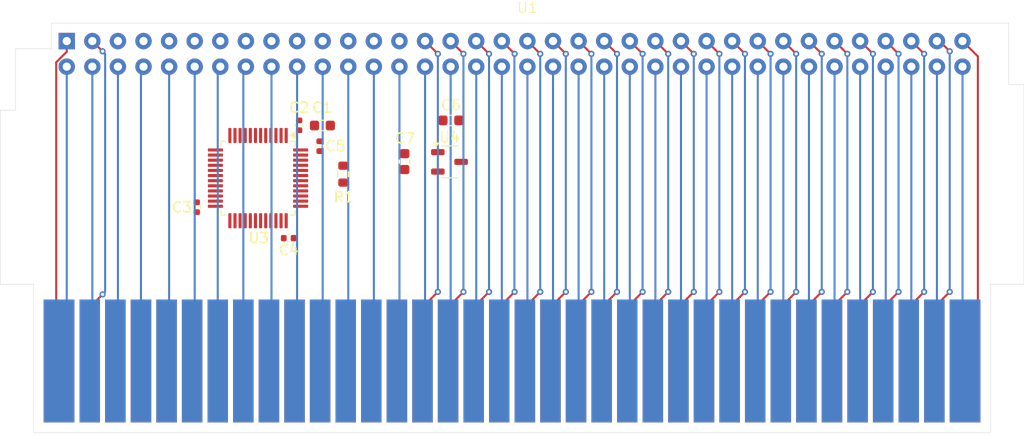
<source format=kicad_pcb>
(kicad_pcb (version 20241229) (generator "pcbnew") (generator_version "9.0")
  (layers (0 "F.Cu" signal "Front") (4 "In1.Cu" signal) (6 "In2.Cu" signal) (2 "B.Cu" signal "Back") (13 "F.Paste" user) (15 "B.Paste" user) (5 "F.SilkS" user "F.Silkscreen") (7 "B.SilkS" user "B.Silkscreen") (1 "F.Mask" user) (3 "B.Mask" user) (25 "Edge.Cuts" user))
  (net 0 "")
  (net 1 "/PPU_RD")
  (net 2 "/PPU_D6")
  (net 3 "/CIC_toMB")
  (net 4 "/EXP_8")
  (net 5 "/CPU_RW")
  (net 6 "/EXP_7")
  (net 7 "/CPU_D0")
  (net 8 "/CPU_A4")
  (net 9 "/CPU_D2")
  (net 10 "/PPU_D7")
  (net 11 "/PPU_D0")
  (net 12 "/M2")
  (net 13 "/CIC_RST")
  (net 14 "/PPU_A8")
  (net 15 "/CPU_A1")
  (net 16 "/CPU_A3")
  (net 17 "/PPU_D3")
  (net 18 "/PPU_A2")
  (net 19 "/CPU_D3")
  (net 20 "/CPU_A11")
  (net 21 "/PPU_A13")
  (net 22 "/EXP_2")
  (net 23 "/PPU_A4")
  (net 24 "/EXP_1")
  (net 25 "/CPU_D6")
  (net 26 "/CPU_A14")
  (net 27 "/CPU_D5")
  (net 28 "/PPU_A0")
  (net 29 "/EXP_3")
  (net 30 "/ROMSEL")
  (net 31 "/CIRAM_A10")
  (net 32 "/PPU_A12")
  (net 33 "/EXP_6")
  (net 34 "/CPU_A2")
  (net 35 "/PPU_WR")
  (net 36 "/IRQ")
  (net 37 "/EXP_5")
  (net 38 "+3.3V")
  (net 39 "/PPU_D5")
  (net 40 "/SYSTEM_CLK")
  (net 41 "/CPU_D1")
  (net 42 "/CIC_CLK")
  (net 43 "/PPU_A13_inv")
  (net 44 "/CPU_A9")
  (net 45 "/CPU_A6")
  (net 46 "/CPU_A7")
  (net 47 "/CPU_A10")
  (net 48 "/PPU_A6")
  (net 49 "/PPU_D1")
  (net 50 "/PPU_D4")
  (net 51 "/PPU_A5")
  (net 52 "/PPU_A11")
  (net 53 "/CPU_A13")
  (net 54 "/EXP_0")
  (net 55 "/CPU_D4")
  (net 56 "/CIC_toPak")
  (net 57 "/PPU_D2")
  (net 58 "/CIRAM_CE")
  (net 59 "/CPU_A12")
  (net 60 "/CPU_D7")
  (net 61 "/CPU_A5")
  (net 62 "/PPU_A10")
  (net 63 "/PPU_A9")
  (net 64 "/CPU_A8")
  (net 65 "/EXP_9")
  (net 66 "/GND_BOT")
  (net 67 "/PPU_A3")
  (net 68 "/PPU_A7")
  (net 69 "/PPU_A1")
  (net 70 "/CPU_A0")
  (net 71 "/EXP_4")
  (net 72 "GND")
  (net 73 "+5V")
  (net 74 "Net-(U3-BOOT0)")
  (net 115 "/GND_TOP")
  (footprint "supergg:Edge_Connector" (layer "F.Cu") (at 150 124.75)
    (property "Reference" "U2" (hide yes))
    (property "Value" "Edge_Connector" (hide yes))
    (pad "1" connect rect (at -44.25 -7.75) (size 3 12) (layers "F.Cu") (net 115 "/GND_TOP"))
    (pad "2" connect rect (at -41.25 -7.75) (size 2 12) (layers "F.Cu") (net 20 "/CPU_A11"))
    (pad "3" connect rect (at -38.75 -7.75) (size 2 12) (layers "F.Cu") (net 47 "/CPU_A10"))
    (pad "4" connect rect (at -36.25 -7.75) (size 2 12) (layers "F.Cu") (net 44 "/CPU_A9"))
    (pad "5" connect rect (at -33.75 -7.75) (size 2 12) (layers "F.Cu") (net 64 "/CPU_A8"))
    (pad "6" connect rect (at -31.25 -7.75) (size 2 12) (layers "F.Cu") (net 46 "/CPU_A7"))
    (pad "7" connect rect (at -28.75 -7.75) (size 2 12) (layers "F.Cu") (net 45 "/CPU_A6"))
    (pad "8" connect rect (at -26.25 -7.75) (size 2 12) (layers "F.Cu") (net 61 "/CPU_A5"))
    (pad "9" connect rect (at -23.75 -7.75) (size 2 12) (layers "F.Cu") (net 8 "/CPU_A4"))
    (pad "10" connect rect (at -21.25 -7.75) (size 2 12) (layers "F.Cu") (net 16 "/CPU_A3"))
    (pad "11" connect rect (at -18.75 -7.75) (size 2 12) (layers "F.Cu") (net 34 "/CPU_A2"))
    (pad "12" connect rect (at -16.25 -7.75) (size 2 12) (layers "F.Cu") (net 15 "/CPU_A1"))
    (pad "13" connect rect (at -13.75 -7.75) (size 2 12) (layers "F.Cu") (net 70 "/CPU_A0"))
    (pad "14" connect rect (at -11.25 -7.75) (size 2 12) (layers "F.Cu") (net 5 "/CPU_RW"))
    (pad "15" connect rect (at -8.75 -7.75) (size 2 12) (layers "F.Cu") (net 36 "/IRQ"))
    (pad "16" connect rect (at -6.25 -7.75) (size 2 12) (layers "F.Cu") (net 54 "/EXP_0"))
    (pad "17" connect rect (at -3.75 -7.75) (size 2 12) (layers "F.Cu") (net 24 "/EXP_1"))
    (pad "18" connect rect (at -1.25 -7.75) (size 2 12) (layers "F.Cu") (net 22 "/EXP_2"))
    (pad "19" connect rect (at 1.25 -7.75) (size 2 12) (layers "F.Cu") (net 29 "/EXP_3"))
    (pad "20" connect rect (at 3.75 -7.75) (size 2 12) (layers "F.Cu") (net 71 "/EXP_4"))
    (pad "21" connect rect (at 6.25 -7.75) (size 2 12) (layers "F.Cu") (net 1 "/PPU_RD"))
    (pad "22" connect rect (at 8.75 -7.75) (size 2 12) (layers "F.Cu") (net 31 "/CIRAM_A10"))
    (pad "23" connect rect (at 11.25 -7.75) (size 2 12) (layers "F.Cu") (net 48 "/PPU_A6"))
    (pad "24" connect rect (at 13.75 -7.75) (size 2 12) (layers "F.Cu") (net 51 "/PPU_A5"))
    (pad "25" connect rect (at 16.25 -7.75) (size 2 12) (layers "F.Cu") (net 23 "/PPU_A4"))
    (pad "26" connect rect (at 18.75 -7.75) (size 2 12) (layers "F.Cu") (net 67 "/PPU_A3"))
    (pad "27" connect rect (at 21.25 -7.75) (size 2 12) (layers "F.Cu") (net 18 "/PPU_A2"))
    (pad "28" connect rect (at 23.75 -7.75) (size 2 12) (layers "F.Cu") (net 69 "/PPU_A1"))
    (pad "29" connect rect (at 26.25 -7.75) (size 2 12) (layers "F.Cu") (net 28 "/PPU_A0"))
    (pad "30" connect rect (at 28.75 -7.75) (size 2 12) (layers "F.Cu") (net 11 "/PPU_D0"))
    (pad "31" connect rect (at 31.25 -7.75) (size 2 12) (layers "F.Cu") (net 49 "/PPU_D1"))
    (pad "32" connect rect (at 33.75 -7.75) (size 2 12) (layers "F.Cu") (net 57 "/PPU_D2"))
    (pad "33" connect rect (at 36.25 -7.75) (size 2 12) (layers "F.Cu") (net 17 "/PPU_D3"))
    (pad "34" connect rect (at 38.75 -7.75) (size 2 12) (layers "F.Cu") (net 56 "/CIC_toPak"))
    (pad "35" connect rect (at 41.25 -7.75) (size 2 12) (layers "F.Cu") (net 3 "/CIC_toMB"))
    (pad "36" connect rect (at 44.25 -7.75) (size 3 12) (layers "F.Cu") (net 73 "+5V"))
    (pad "37" connect rect (at -44.25 -7.75) (size 3 12) (layers "B.Cu") (net 40 "/SYSTEM_CLK"))
    (pad "38" connect rect (at -41.25 -7.75) (size 2 12) (layers "B.Cu") (net 12 "/M2"))
    (pad "39" connect rect (at -38.75 -7.75) (size 2 12) (layers "B.Cu") (net 59 "/CPU_A12"))
    (pad "40" connect rect (at -36.25 -7.75) (size 2 12) (layers "B.Cu") (net 53 "/CPU_A13"))
    (pad "41" connect rect (at -33.75 -7.75) (size 2 12) (layers "B.Cu") (net 26 "/CPU_A14"))
    (pad "42" connect rect (at -31.25 -7.75) (size 2 12) (layers "B.Cu") (net 60 "/CPU_D7"))
    (pad "43" connect rect (at -28.75 -7.75) (size 2 12) (layers "B.Cu") (net 25 "/CPU_D6"))
    (pad "44" connect rect (at -26.25 -7.75) (size 2 12) (layers "B.Cu") (net 27 "/CPU_D5"))
    (pad "45" connect rect (at -23.75 -7.75) (size 2 12) (layers "B.Cu") (net 55 "/CPU_D4"))
    (pad "46" connect rect (at -21.25 -7.75) (size 2 12) (layers "B.Cu") (net 19 "/CPU_D3"))
    (pad "47" connect rect (at -18.75 -7.75) (size 2 12) (layers "B.Cu") (net 9 "/CPU_D2"))
    (pad "48" connect rect (at -16.25 -7.75) (size 2 12) (layers "B.Cu") (net 41 "/CPU_D1"))
    (pad "49" connect rect (at -13.75 -7.75) (size 2 12) (layers "B.Cu") (net 7 "/CPU_D0"))
    (pad "50" connect rect (at -11.25 -7.75) (size 2 12) (layers "B.Cu") (net 30 "/ROMSEL"))
    (pad "51" connect rect (at -8.75 -7.75) (size 2 12) (layers "B.Cu") (net 65 "/EXP_9"))
    (pad "52" connect rect (at -6.25 -7.75) (size 2 12) (layers "B.Cu") (net 4 "/EXP_8"))
    (pad "53" connect rect (at -3.75 -7.75) (size 2 12) (layers "B.Cu") (net 6 "/EXP_7"))
    (pad "54" connect rect (at -1.25 -7.75) (size 2 12) (layers "B.Cu") (net 33 "/EXP_6"))
    (pad "55" connect rect (at 1.25 -7.75) (size 2 12) (layers "B.Cu") (net 37 "/EXP_5"))
    (pad "56" connect rect (at 3.75 -7.75) (size 2 12) (layers "B.Cu") (net 35 "/PPU_WR"))
    (pad "57" connect rect (at 6.25 -7.75) (size 2 12) (layers "B.Cu") (net 58 "/CIRAM_CE"))
    (pad "58" connect rect (at 8.75 -7.75) (size 2 12) (layers "B.Cu") (net 43 "/PPU_A13_inv"))
    (pad "59" connect rect (at 11.25 -7.75) (size 2 12) (layers "B.Cu") (net 68 "/PPU_A7"))
    (pad "60" connect rect (at 13.75 -7.75) (size 2 12) (layers "B.Cu") (net 14 "/PPU_A8"))
    (pad "61" connect rect (at 16.25 -7.75) (size 2 12) (layers "B.Cu") (net 63 "/PPU_A9"))
    (pad "62" connect rect (at 18.75 -7.75) (size 2 12) (layers "B.Cu") (net 62 "/PPU_A10"))
    (pad "63" connect rect (at 21.25 -7.75) (size 2 12) (layers "B.Cu") (net 52 "/PPU_A11"))
    (pad "64" connect rect (at 23.75 -7.75) (size 2 12) (layers "B.Cu") (net 32 "/PPU_A12"))
    (pad "65" connect rect (at 26.25 -7.75) (size 2 12) (layers "B.Cu") (net 21 "/PPU_A13"))
    (pad "66" connect rect (at 28.75 -7.75) (size 2 12) (layers "B.Cu") (net 10 "/PPU_D7"))
    (pad "67" connect rect (at 31.25 -7.75) (size 2 12) (layers "B.Cu") (net 2 "/PPU_D6"))
    (pad "68" connect rect (at 33.75 -7.75) (size 2 12) (layers "B.Cu") (net 39 "/PPU_D5"))
    (pad "69" connect rect (at 36.25 -7.75) (size 2 12) (layers "B.Cu") (net 50 "/PPU_D4"))
    (pad "70" connect rect (at 38.75 -7.75) (size 2 12) (layers "B.Cu") (net 13 "/CIC_RST"))
    (pad "71" connect rect (at 41.25 -7.75) (size 2 12) (layers "B.Cu") (net 42 "/CIC_CLK"))
    (pad "72" connect rect (at 44.25 -7.75) (size 3 12) (layers "B.Cu") (net 66 "/GND_BOT"))
  )
  (footprint "Package_QFP:LQFP-48_7x7mm_P0.5mm" (layer "F.Cu") (at 125.185 99.1375 -90)
    (property "Reference" "U3" (at 5.8625 -0.065 180) (layer "F.SilkS"))
    (property "Value" "STM32F103C8Tx" (hide yes))
    (fp_line (start -3.61 3.61) (end -3.61 3.16) (stroke (width 0.12)) (layer "F.SilkS"))
    (fp_line (start -3.16 3.61) (end -3.61 3.61) (stroke (width 0.12)) (layer "F.SilkS"))
    (fp_line (start 3.16 3.61) (end 3.61 3.61) (stroke (width 0.12)) (layer "F.SilkS"))
    (fp_line (start 3.61 3.61) (end 3.61 3.16) (stroke (width 0.12)) (layer "F.SilkS"))
    (fp_line (start -3.61 -3.61) (end -3.61 -3.16) (stroke (width 0.12)) (layer "F.SilkS"))
    (fp_line (start -3.16 -3.61) (end -3.61 -3.61) (stroke (width 0.12)) (layer "F.SilkS"))
    (fp_line (start 3.16 -3.61) (end 3.61 -3.61) (stroke (width 0.12)) (layer "F.SilkS"))
    (fp_line (start 3.61 -3.61) (end 3.61 -3.16) (stroke (width 0.12)) (layer "F.SilkS"))
    (fp_poly (pts (xy -4.2 -3.16) (xy -4.54 -3.63) (xy -3.86 -3.63)) (stroke (width 0.12)) (fill yes) (layer "F.SilkS"))
    (pad "1" smd roundrect (at -4.1625 -2.75 270) (size 1.475 0.3) (layers "F.Cu" "F.Mask" "F.Paste") (net 38 "+3.3V"))
    (pad "2" smd roundrect (at -4.1625 -2.25 270) (size 1.475 0.3) (layers "F.Cu" "F.Mask" "F.Paste"))
    (pad "3" smd roundrect (at -4.1625 -1.75 270) (size 1.475 0.3) (layers "F.Cu" "F.Mask" "F.Paste"))
    (pad "4" smd roundrect (at -4.1625 -1.25 270) (size 1.475 0.3) (layers "F.Cu" "F.Mask" "F.Paste"))
    (pad "5" smd roundrect (at -4.1625 -0.75 270) (size 1.475 0.3) (layers "F.Cu" "F.Mask" "F.Paste"))
    (pad "6" smd roundrect (at -4.1625 -0.25 270) (size 1.475 0.3) (layers "F.Cu" "F.Mask" "F.Paste"))
    (pad "7" smd roundrect (at -4.1625 0.25 270) (size 1.475 0.3) (layers "F.Cu" "F.Mask" "F.Paste"))
    (pad "8" smd roundrect (at -4.1625 0.75 270) (size 1.475 0.3) (layers "F.Cu" "F.Mask" "F.Paste"))
    (pad "9" smd roundrect (at -4.1625 1.25 270) (size 1.475 0.3) (layers "F.Cu" "F.Mask" "F.Paste"))
    (pad "10" smd roundrect (at -4.1625 1.75 270) (size 1.475 0.3) (layers "F.Cu" "F.Mask" "F.Paste"))
    (pad "11" smd roundrect (at -4.1625 2.25 270) (size 1.475 0.3) (layers "F.Cu" "F.Mask" "F.Paste"))
    (pad "12" smd roundrect (at -4.1625 2.75 270) (size 1.475 0.3) (layers "F.Cu" "F.Mask" "F.Paste"))
    (pad "13" smd roundrect (at -2.75 4.1625 270) (size 0.3 1.475) (layers "F.Cu" "F.Mask" "F.Paste"))
    (pad "14" smd roundrect (at -2.25 4.1625 270) (size 0.3 1.475) (layers "F.Cu" "F.Mask" "F.Paste"))
    (pad "15" smd roundrect (at -1.75 4.1625 270) (size 0.3 1.475) (layers "F.Cu" "F.Mask" "F.Paste"))
    (pad "16" smd roundrect (at -1.25 4.1625 270) (size 0.3 1.475) (layers "F.Cu" "F.Mask" "F.Paste"))
    (pad "17" smd roundrect (at -0.75 4.1625 270) (size 0.3 1.475) (layers "F.Cu" "F.Mask" "F.Paste"))
    (pad "18" smd roundrect (at -0.25 4.1625 270) (size 0.3 1.475) (layers "F.Cu" "F.Mask" "F.Paste"))
    (pad "19" smd roundrect (at 0.25 4.1625 270) (size 0.3 1.475) (layers "F.Cu" "F.Mask" "F.Paste"))
    (pad "20" smd roundrect (at 0.75 4.1625 270) (size 0.3 1.475) (layers "F.Cu" "F.Mask" "F.Paste"))
    (pad "21" smd roundrect (at 1.25 4.1625 270) (size 0.3 1.475) (layers "F.Cu" "F.Mask" "F.Paste"))
    (pad "22" smd roundrect (at 1.75 4.1625 270) (size 0.3 1.475) (layers "F.Cu" "F.Mask" "F.Paste"))
    (pad "23" smd roundrect (at 2.25 4.1625 270) (size 0.3 1.475) (layers "F.Cu" "F.Mask" "F.Paste") (net 72 "GND"))
    (pad "24" smd roundrect (at 2.75 4.1625 270) (size 0.3 1.475) (layers "F.Cu" "F.Mask" "F.Paste") (net 38 "+3.3V"))
    (pad "25" smd roundrect (at 4.1625 2.75 270) (size 1.475 0.3) (layers "F.Cu" "F.Mask" "F.Paste"))
    (pad "26" smd roundrect (at 4.1625 2.25 270) (size 1.475 0.3) (layers "F.Cu" "F.Mask" "F.Paste"))
    (pad "27" smd roundrect (at 4.1625 1.75 270) (size 1.475 0.3) (layers "F.Cu" "F.Mask" "F.Paste"))
    (pad "28" smd roundrect (at 4.1625 1.25 270) (size 1.475 0.3) (layers "F.Cu" "F.Mask" "F.Paste"))
    (pad "29" smd roundrect (at 4.1625 0.75 270) (size 1.475 0.3) (layers "F.Cu" "F.Mask" "F.Paste"))
    (pad "30" smd roundrect (at 4.1625 0.25 270) (size 1.475 0.3) (layers "F.Cu" "F.Mask" "F.Paste"))
    (pad "31" smd roundrect (at 4.1625 -0.25 270) (size 1.475 0.3) (layers "F.Cu" "F.Mask" "F.Paste"))
    (pad "32" smd roundrect (at 4.1625 -0.75 270) (size 1.475 0.3) (layers "F.Cu" "F.Mask" "F.Paste"))
    (pad "33" smd roundrect (at 4.1625 -1.25 270) (size 1.475 0.3) (layers "F.Cu" "F.Mask" "F.Paste"))
    (pad "34" smd roundrect (at 4.1625 -1.75 270) (size 1.475 0.3) (layers "F.Cu" "F.Mask" "F.Paste"))
    (pad "35" smd roundrect (at 4.1625 -2.25 270) (size 1.475 0.3) (layers "F.Cu" "F.Mask" "F.Paste") (net 72 "GND"))
    (pad "36" smd roundrect (at 4.1625 -2.75 270) (size 1.475 0.3) (layers "F.Cu" "F.Mask" "F.Paste") (net 38 "+3.3V"))
    (pad "37" smd roundrect (at 2.75 -4.1625 270) (size 0.3 1.475) (layers "F.Cu" "F.Mask" "F.Paste"))
    (pad "38" smd roundrect (at 2.25 -4.1625 270) (size 0.3 1.475) (layers "F.Cu" "F.Mask" "F.Paste"))
    (pad "39" smd roundrect (at 1.75 -4.1625 270) (size 0.3 1.475) (layers "F.Cu" "F.Mask" "F.Paste"))
    (pad "40" smd roundrect (at 1.25 -4.1625 270) (size 0.3 1.475) (layers "F.Cu" "F.Mask" "F.Paste"))
    (pad "41" smd roundrect (at 0.75 -4.1625 270) (size 0.3 1.475) (layers "F.Cu" "F.Mask" "F.Paste"))
    (pad "42" smd roundrect (at 0.25 -4.1625 270) (size 0.3 1.475) (layers "F.Cu" "F.Mask" "F.Paste"))
    (pad "43" smd roundrect (at -0.25 -4.1625 270) (size 0.3 1.475) (layers "F.Cu" "F.Mask" "F.Paste"))
    (pad "44" smd roundrect (at -0.75 -4.1625 270) (size 0.3 1.475) (layers "F.Cu" "F.Mask" "F.Paste") (net 74 "Net-(U3-BOOT0)"))
    (pad "45" smd roundrect (at -1.25 -4.1625 270) (size 0.3 1.475) (layers "F.Cu" "F.Mask" "F.Paste"))
    (pad "46" smd roundrect (at -1.75 -4.1625 270) (size 0.3 1.475) (layers "F.Cu" "F.Mask" "F.Paste"))
    (pad "47" smd roundrect (at -2.25 -4.1625 270) (size 0.3 1.475) (layers "F.Cu" "F.Mask" "F.Paste") (net 72 "GND"))
    (pad "48" smd roundrect (at -2.75 -4.1625 270) (size 0.3 1.475) (layers "F.Cu" "F.Mask" "F.Paste") (net 38 "+3.3V"))
  )
  (footprint "Capacitor_SMD:C_0402_1005Metric" (layer "F.Cu") (at 119.2 101.98 90)
    (property "Reference" "C3" (at 0 -1.45 180) (layer "F.SilkS"))
    (property "Value" "100n" (hide yes))
    (fp_line (start -0.107836 -0.36) (end 0.107836 -0.36) (stroke (width 0.12)) (layer "F.SilkS"))
    (fp_line (start -0.107836 0.36) (end 0.107836 0.36) (stroke (width 0.12)) (layer "F.SilkS"))
    (pad "1" smd roundrect (at -0.48 0 90) (size 0.56 0.62) (layers "F.Cu" "F.Mask" "F.Paste") (net 38 "+3.3V"))
    (pad "2" smd roundrect (at 0.48 0 90) (size 0.56 0.62) (layers "F.Cu" "F.Mask" "F.Paste") (net 72 "GND"))
  )
  (footprint "Resistor_SMD:R_0603_1608Metric" (layer "F.Cu") (at 133.5 98.75 90)
    (property "Reference" "R1" (at -2.25 0.05 180) (layer "F.SilkS"))
    (property "Value" "10k" (hide yes))
    (fp_line (start -0.237258 -0.5225) (end 0.237258 -0.5225) (stroke (width 0.12)) (layer "F.SilkS"))
    (fp_line (start -0.237258 0.5225) (end 0.237258 0.5225) (stroke (width 0.12)) (layer "F.SilkS"))
    (pad "1" smd roundrect (at -0.825 0 90) (size 0.8 0.95) (layers "F.Cu" "F.Mask" "F.Paste") (net 74 "Net-(U3-BOOT0)"))
    (pad "2" smd roundrect (at 0.825 0 90) (size 0.8 0.95) (layers "F.Cu" "F.Mask" "F.Paste") (net 72 "GND"))
  )
  (footprint "Capacitor_SMD:C_0603_1608Metric" (layer "F.Cu") (at 139.5 97.525 90)
    (property "Reference" "C7" (at 2.275 0.05 180) (layer "F.SilkS"))
    (property "Value" "1u")
    (fp_line (start -0.14058 -0.51) (end 0.14058 -0.51) (stroke (width 0.12)) (layer "F.SilkS"))
    (fp_line (start -0.14058 0.51) (end 0.14058 0.51) (stroke (width 0.12)) (layer "F.SilkS"))
    (pad "1" smd roundrect (at -0.775 0 90) (size 0.9 0.95) (layers "F.Cu" "F.Mask" "F.Paste") (net 38 "+3.3V"))
    (pad "2" smd roundrect (at 0.775 0 90) (size 0.9 0.95) (layers "F.Cu" "F.Mask" "F.Paste") (net 72 "GND"))
  )
  (footprint "supergg:Pin_Connector" (layer "F.Cu") (at 151.5 88.25)
    (property "Reference" "U1" (at 0 -5.75 0) (layer "F.SilkS") (effects (font (thickness 0.1))))
    (property "Value" "Pin_Connector" (hide yes))
    (pad "1" thru_hole rect (at -45 -2.5) (size 1.6 1.6) (drill 0.8) (layers "*.Cu" "*.Mask") (net 115 "/GND_TOP"))
    (pad "2" thru_hole circle (at -42.5 -2.5) (size 1.6 1.6) (drill 0.8) (layers "*.Cu" "*.Mask") (net 20 "/CPU_A11"))
    (pad "3" thru_hole circle (at -40 -2.5) (size 1.6 1.6) (drill 0.8) (layers "*.Cu" "*.Mask") (net 47 "/CPU_A10"))
    (pad "4" thru_hole circle (at -37.5 -2.5) (size 1.6 1.6) (drill 0.8) (layers "*.Cu" "*.Mask") (net 44 "/CPU_A9"))
    (pad "5" thru_hole circle (at -35 -2.5) (size 1.6 1.6) (drill 0.8) (layers "*.Cu" "*.Mask") (net 64 "/CPU_A8"))
    (pad "6" thru_hole circle (at -32.5 -2.5) (size 1.6 1.6) (drill 0.8) (layers "*.Cu" "*.Mask") (net 46 "/CPU_A7"))
    (pad "7" thru_hole circle (at -30 -2.5) (size 1.6 1.6) (drill 0.8) (layers "*.Cu" "*.Mask") (net 45 "/CPU_A6"))
    (pad "8" thru_hole circle (at -27.5 -2.5) (size 1.6 1.6) (drill 0.8) (layers "*.Cu" "*.Mask") (net 61 "/CPU_A5"))
    (pad "9" thru_hole circle (at -25 -2.5) (size 1.6 1.6) (drill 0.8) (layers "*.Cu" "*.Mask") (net 8 "/CPU_A4"))
    (pad "10" thru_hole circle (at -22.5 -2.5) (size 1.6 1.6) (drill 0.8) (layers "*.Cu" "*.Mask") (net 16 "/CPU_A3"))
    (pad "11" thru_hole circle (at -20 -2.5) (size 1.6 1.6) (drill 0.8) (layers "*.Cu" "*.Mask") (net 34 "/CPU_A2"))
    (pad "12" thru_hole circle (at -17.5 -2.5) (size 1.6 1.6) (drill 0.8) (layers "*.Cu" "*.Mask") (net 15 "/CPU_A1"))
    (pad "13" thru_hole circle (at -15 -2.5) (size 1.6 1.6) (drill 0.8) (layers "*.Cu" "*.Mask") (net 70 "/CPU_A0"))
    (pad "14" thru_hole circle (at -12.5 -2.5) (size 1.6 1.6) (drill 0.8) (layers "*.Cu" "*.Mask") (net 5 "/CPU_RW"))
    (pad "15" thru_hole circle (at -10 -2.5) (size 1.6 1.6) (drill 0.8) (layers "*.Cu" "*.Mask") (net 36 "/IRQ"))
    (pad "16" thru_hole circle (at -7.5 -2.5) (size 1.6 1.6) (drill 0.8) (layers "*.Cu" "*.Mask") (net 54 "/EXP_0"))
    (pad "17" thru_hole circle (at -5 -2.5) (size 1.6 1.6) (drill 0.8) (layers "*.Cu" "*.Mask") (net 24 "/EXP_1"))
    (pad "18" thru_hole circle (at -2.5 -2.5) (size 1.6 1.6) (drill 0.8) (layers "*.Cu" "*.Mask") (net 22 "/EXP_2"))
    (pad "19" thru_hole circle (at 0 -2.5) (size 1.6 1.6) (drill 0.8) (layers "*.Cu" "*.Mask") (net 29 "/EXP_3"))
    (pad "20" thru_hole circle (at 2.5 -2.5) (size 1.6 1.6) (drill 0.8) (layers "*.Cu" "*.Mask") (net 71 "/EXP_4"))
    (pad "21" thru_hole circle (at 5 -2.5) (size 1.6 1.6) (drill 0.8) (layers "*.Cu" "*.Mask") (net 1 "/PPU_RD"))
    (pad "22" thru_hole circle (at 7.5 -2.5) (size 1.6 1.6) (drill 0.8) (layers "*.Cu" "*.Mask") (net 31 "/CIRAM_A10"))
    (pad "23" thru_hole circle (at 10 -2.5) (size 1.6 1.6) (drill 0.8) (layers "*.Cu" "*.Mask") (net 48 "/PPU_A6"))
    (pad "24" thru_hole circle (at 12.5 -2.5) (size 1.6 1.6) (drill 0.8) (layers "*.Cu" "*.Mask") (net 51 "/PPU_A5"))
    (pad "25" thru_hole circle (at 15 -2.5) (size 1.6 1.6) (drill 0.8) (layers "*.Cu" "*.Mask") (net 23 "/PPU_A4"))
    (pad "26" thru_hole circle (at 17.5 -2.5) (size 1.6 1.6) (drill 0.8) (layers "*.Cu" "*.Mask") (net 67 "/PPU_A3"))
    (pad "27" thru_hole circle (at 20 -2.5) (size 1.6 1.6) (drill 0.8) (layers "*.Cu" "*.Mask") (net 18 "/PPU_A2"))
    (pad "28" thru_hole circle (at 22.5 -2.5) (size 1.6 1.6) (drill 0.8) (layers "*.Cu" "*.Mask") (net 69 "/PPU_A1"))
    (pad "29" thru_hole circle (at 25 -2.5) (size 1.6 1.6) (drill 0.8) (layers "*.Cu" "*.Mask") (net 28 "/PPU_A0"))
    (pad "30" thru_hole circle (at 27.5 -2.5) (size 1.6 1.6) (drill 0.8) (layers "*.Cu" "*.Mask") (net 11 "/PPU_D0"))
    (pad "31" thru_hole circle (at 30 -2.5) (size 1.6 1.6) (drill 0.8) (layers "*.Cu" "*.Mask") (net 49 "/PPU_D1"))
    (pad "32" thru_hole circle (at 32.5 -2.5) (size 1.6 1.6) (drill 0.8) (layers "*.Cu" "*.Mask") (net 57 "/PPU_D2"))
    (pad "33" thru_hole circle (at 35 -2.5) (size 1.6 1.6) (drill 0.8) (layers "*.Cu" "*.Mask") (net 17 "/PPU_D3"))
    (pad "34" thru_hole circle (at 37.5 -2.5) (size 1.6 1.6) (drill 0.8) (layers "*.Cu" "*.Mask") (net 56 "/CIC_toPak"))
    (pad "35" thru_hole circle (at 40 -2.5) (size 1.6 1.6) (drill 0.8) (layers "*.Cu" "*.Mask") (net 3 "/CIC_toMB"))
    (pad "36" thru_hole circle (at 42.5 -2.5) (size 1.6 1.6) (drill 0.8) (layers "*.Cu" "*.Mask") (net 73 "+5V"))
    (pad "37" thru_hole circle (at -45 0) (size 1.6 1.6) (drill 0.8) (layers "*.Cu" "*.Mask") (net 40 "/SYSTEM_CLK"))
    (pad "38" thru_hole circle (at -42.5 0) (size 1.6 1.6) (drill 0.8) (layers "*.Cu" "*.Mask") (net 12 "/M2"))
    (pad "39" thru_hole circle (at -40 0) (size 1.6 1.6) (drill 0.8) (layers "*.Cu" "*.Mask") (net 59 "/CPU_A12"))
    (pad "40" thru_hole circle (at -37.5 0) (size 1.6 1.6) (drill 0.8) (layers "*.Cu" "*.Mask") (net 53 "/CPU_A13"))
    (pad "41" thru_hole circle (at -35 0) (size 1.6 1.6) (drill 0.8) (layers "*.Cu" "*.Mask") (net 26 "/CPU_A14"))
    (pad "42" thru_hole circle (at -32.5 0) (size 1.6 1.6) (drill 0.8) (layers "*.Cu" "*.Mask") (net 60 "/CPU_D7"))
    (pad "43" thru_hole circle (at -30 0) (size 1.6 1.6) (drill 0.8) (layers "*.Cu" "*.Mask") (net 25 "/CPU_D6"))
    (pad "44" thru_hole circle (at -27.5 0) (size 1.6 1.6) (drill 0.8) (layers "*.Cu" "*.Mask") (net 27 "/CPU_D5"))
    (pad "45" thru_hole circle (at -25 0) (size 1.6 1.6) (drill 0.8) (layers "*.Cu" "*.Mask") (net 55 "/CPU_D4"))
    (pad "46" thru_hole circle (at -22.5 0) (size 1.6 1.6) (drill 0.8) (layers "*.Cu" "*.Mask") (net 19 "/CPU_D3"))
    (pad "47" thru_hole circle (at -20 0) (size 1.6 1.6) (drill 0.8) (layers "*.Cu" "*.Mask") (net 9 "/CPU_D2"))
    (pad "48" thru_hole circle (at -17.5 0) (size 1.6 1.6) (drill 0.8) (layers "*.Cu" "*.Mask") (net 41 "/CPU_D1"))
    (pad "49" thru_hole circle (at -15 0) (size 1.6 1.6) (drill 0.8) (layers "*.Cu" "*.Mask") (net 7 "/CPU_D0"))
    (pad "50" thru_hole circle (at -12.5 0) (size 1.6 1.6) (drill 0.8) (layers "*.Cu" "*.Mask") (net 30 "/ROMSEL"))
    (pad "51" thru_hole circle (at -10 0) (size 1.6 1.6) (drill 0.8) (layers "*.Cu" "*.Mask") (net 65 "/EXP_9"))
    (pad "52" thru_hole circle (at -7.5 0) (size 1.6 1.6) (drill 0.8) (layers "*.Cu" "*.Mask") (net 4 "/EXP_8"))
    (pad "53" thru_hole circle (at -5 0) (size 1.6 1.6) (drill 0.8) (layers "*.Cu" "*.Mask") (net 6 "/EXP_7"))
    (pad "54" thru_hole circle (at -2.5 0) (size 1.6 1.6) (drill 0.8) (layers "*.Cu" "*.Mask") (net 33 "/EXP_6"))
    (pad "55" thru_hole circle (at 0 0) (size 1.6 1.6) (drill 0.8) (layers "*.Cu" "*.Mask") (net 37 "/EXP_5"))
    (pad "56" thru_hole circle (at 2.5 0) (size 1.6 1.6) (drill 0.8) (layers "*.Cu" "*.Mask") (net 35 "/PPU_WR"))
    (pad "57" thru_hole circle (at 5 0) (size 1.6 1.6) (drill 0.8) (layers "*.Cu" "*.Mask") (net 58 "/CIRAM_CE"))
    (pad "58" thru_hole circle (at 7.5 0) (size 1.6 1.6) (drill 0.8) (layers "*.Cu" "*.Mask") (net 43 "/PPU_A13_inv"))
    (pad "59" thru_hole circle (at 10 0) (size 1.6 1.6) (drill 0.8) (layers "*.Cu" "*.Mask") (net 68 "/PPU_A7"))
    (pad "60" thru_hole circle (at 12.5 0) (size 1.6 1.6) (drill 0.8) (layers "*.Cu" "*.Mask") (net 14 "/PPU_A8"))
    (pad "61" thru_hole circle (at 15 0) (size 1.6 1.6) (drill 0.8) (layers "*.Cu" "*.Mask") (net 63 "/PPU_A9"))
    (pad "62" thru_hole circle (at 17.5 0) (size 1.6 1.6) (drill 0.8) (layers "*.Cu" "*.Mask") (net 62 "/PPU_A10"))
    (pad "63" thru_hole circle (at 20 0) (size 1.6 1.6) (drill 0.8) (layers "*.Cu" "*.Mask") (net 52 "/PPU_A11"))
    (pad "64" thru_hole circle (at 22.5 0) (size 1.6 1.6) (drill 0.8) (layers "*.Cu" "*.Mask") (net 32 "/PPU_A12"))
    (pad "65" thru_hole circle (at 25 0) (size 1.6 1.6) (drill 0.8) (layers "*.Cu" "*.Mask") (net 21 "/PPU_A13"))
    (pad "66" thru_hole circle (at 27.5 0) (size 1.6 1.6) (drill 0.8) (layers "*.Cu" "*.Mask") (net 10 "/PPU_D7"))
    (pad "67" thru_hole circle (at 30 0) (size 1.6 1.6) (drill 0.8) (layers "*.Cu" "*.Mask") (net 2 "/PPU_D6"))
    (pad "68" thru_hole circle (at 32.5 0) (size 1.6 1.6) (drill 0.8) (layers "*.Cu" "*.Mask") (net 39 "/PPU_D5"))
    (pad "69" thru_hole circle (at 35 0) (size 1.6 1.6) (drill 0.8) (layers "*.Cu" "*.Mask") (net 50 "/PPU_D4"))
    (pad "70" thru_hole circle (at 37.5 0) (size 1.6 1.6) (drill 0.8) (layers "*.Cu" "*.Mask") (net 13 "/CIC_RST"))
    (pad "71" thru_hole circle (at 40 0) (size 1.6 1.6) (drill 0.8) (layers "*.Cu" "*.Mask") (net 42 "/CIC_CLK"))
    (pad "72" thru_hole circle (at 42.5 0) (size 1.6 1.6) (drill 0.8) (layers "*.Cu" "*.Mask") (net 66 "/GND_BOT"))
  )
  (footprint "Package_TO_SOT_SMD:SOT-23-3" (layer "F.Cu") (at 143.8875 97.55)
    (property "Reference" "U4" (at 0 -2.4 0) (layer "F.SilkS"))
    (property "Value" "XC6206P332MR" (hide yes))
    (fp_line (start 0 -1.56) (end -0.8 -1.56) (stroke (width 0.12)) (layer "F.SilkS"))
    (fp_line (start 0 -1.56) (end 0.8 -1.56) (stroke (width 0.12)) (layer "F.SilkS"))
    (fp_line (start 0 1.56) (end -0.8 1.56) (stroke (width 0.12)) (layer "F.SilkS"))
    (fp_line (start 0 1.56) (end 0.8 1.56) (stroke (width 0.12)) (layer "F.SilkS"))
    (fp_poly (pts (xy -1.3 -1.51) (xy -1.54 -1.84) (xy -1.06 -1.84)) (stroke (width 0.12)) (fill yes) (layer "F.SilkS"))
    (pad "1" smd roundrect (at -1.1375 -0.95) (size 1.325 0.6) (layers "F.Cu" "F.Mask" "F.Paste") (net 72 "GND"))
    (pad "2" smd roundrect (at -1.1375 0.95) (size 1.325 0.6) (layers "F.Cu" "F.Mask" "F.Paste") (net 38 "+3.3V"))
    (pad "3" smd roundrect (at 1.1375 0) (size 1.325 0.6) (layers "F.Cu" "F.Mask" "F.Paste") (net 73 "+5V"))
  )
  (footprint "Capacitor_SMD:C_0402_1005Metric" (layer "F.Cu") (at 129.2 93.98 90)
    (property "Reference" "C2" (at 1.73 0 180) (layer "F.SilkS"))
    (property "Value" "100n" (hide yes))
    (fp_line (start -0.107836 -0.36) (end 0.107836 -0.36) (stroke (width 0.12)) (layer "F.SilkS"))
    (fp_line (start -0.107836 0.36) (end 0.107836 0.36) (stroke (width 0.12)) (layer "F.SilkS"))
    (pad "1" smd roundrect (at -0.48 0 90) (size 0.56 0.62) (layers "F.Cu" "F.Mask" "F.Paste") (net 38 "+3.3V"))
    (pad "2" smd roundrect (at 0.48 0 90) (size 0.56 0.62) (layers "F.Cu" "F.Mask" "F.Paste") (net 72 "GND"))
  )
  (footprint "Capacitor_SMD:C_0603_1608Metric" (layer "F.Cu") (at 144.025 93.5 180)
    (property "Reference" "C6" (at 0 1.5 0) (layer "F.SilkS"))
    (property "Value" "1u" (hide yes))
    (fp_line (start -0.14058 0.51) (end 0.14058 0.51) (stroke (width 0.12)) (layer "F.SilkS"))
    (fp_line (start -0.14058 -0.51) (end 0.14058 -0.51) (stroke (width 0.12)) (layer "F.SilkS"))
    (pad "1" smd roundrect (at -0.775 0 180) (size 0.9 0.95) (layers "F.Cu" "F.Mask" "F.Paste") (net 73 "+5V"))
    (pad "2" smd roundrect (at 0.775 0 180) (size 0.9 0.95) (layers "F.Cu" "F.Mask" "F.Paste") (net 72 "GND"))
  )
  (footprint "Capacitor_SMD:C_0402_1005Metric" (layer "F.Cu") (at 128.18 105 180)
    (property "Reference" "C4" (at 0 -1.16 0) (layer "F.SilkS"))
    (property "Value" "100n" (hide yes))
    (fp_line (start -0.107836 0.36) (end 0.107836 0.36) (stroke (width 0.12)) (layer "F.SilkS"))
    (fp_line (start -0.107836 -0.36) (end 0.107836 -0.36) (stroke (width 0.12)) (layer "F.SilkS"))
    (pad "1" smd roundrect (at -0.48 0 180) (size 0.56 0.62) (layers "F.Cu" "F.Mask" "F.Paste") (net 38 "+3.3V"))
    (pad "2" smd roundrect (at 0.48 0 180) (size 0.56 0.62) (layers "F.Cu" "F.Mask" "F.Paste") (net 72 "GND"))
  )
  (footprint "Capacitor_SMD:C_0402_1005Metric" (layer "F.Cu") (at 131.2 96.02 -90)
    (property "Reference" "C5" (at -0.02 -1.55 180) (layer "F.SilkS"))
    (property "Value" "100n" (hide yes))
    (fp_line (start -0.107836 0.36) (end 0.107836 0.36) (stroke (width 0.12)) (layer "F.SilkS"))
    (fp_line (start -0.107836 -0.36) (end 0.107836 -0.36) (stroke (width 0.12)) (layer "F.SilkS"))
    (pad "1" smd roundrect (at -0.48 0 270) (size 0.56 0.62) (layers "F.Cu" "F.Mask" "F.Paste") (net 38 "+3.3V"))
    (pad "2" smd roundrect (at 0.48 0 270) (size 0.56 0.62) (layers "F.Cu" "F.Mask" "F.Paste") (net 72 "GND"))
  )
  (footprint "Capacitor_SMD:C_0603_1608Metric" (layer "F.Cu") (at 131.475 94)
    (property "Reference" "C1" (at -0.025 -1.75 180) (layer "F.SilkS"))
    (property "Value" "4u7" (hide yes))
    (fp_line (start -0.14058 -0.51) (end 0.14058 -0.51) (stroke (width 0.12)) (layer "F.SilkS"))
    (fp_line (start -0.14058 0.51) (end 0.14058 0.51) (stroke (width 0.12)) (layer "F.SilkS"))
    (pad "1" smd roundrect (at -0.775 0) (size 0.9 0.95) (layers "F.Cu" "F.Mask" "F.Paste") (net 38 "+3.3V"))
    (pad "2" smd roundrect (at 0.775 0) (size 0.9 0.95) (layers "F.Cu" "F.Mask" "F.Paste") (net 72 "GND"))
  )
  (gr_line (start 200 90) (end 200 109.5) (stroke (width 0.0381)) (layer "Edge.Cuts"))
  (gr_line (start 198.5 84) (end 198.5 90) (stroke (width 0.0381)) (layer "Edge.Cuts"))
  (gr_line (start 198.5 90) (end 200 90) (stroke (width 0.0381)) (layer "Edge.Cuts"))
  (gr_line (start 200 109.5) (end 196.75 109.5) (stroke (width 0.0381)) (layer "Edge.Cuts"))
  (gr_line (start 105 86.5) (end 101.5 86.5) (stroke (width 0.0381)) (layer "Edge.Cuts"))
  (gr_line (start 101.5 86.5) (end 101.5 92.5) (stroke (width 0.0381)) (layer "Edge.Cuts"))
  (gr_line (start 103.25 124) (end 196.75 124) (stroke (width 0.0381)) (layer "Edge.Cuts"))
  (gr_line (start 101.5 92.5) (end 100 92.5) (stroke (width 0.0381)) (layer "Edge.Cuts"))
  (gr_line (start 100 109.5) (end 103.25 109.5) (stroke (width 0.0381)) (layer "Edge.Cuts"))
  (gr_line (start 196.75 124) (end 196.75 109.5) (stroke (width 0.0381)) (layer "Edge.Cuts"))
  (gr_line (start 105 84) (end 105 86.5) (stroke (width 0.0381)) (layer "Edge.Cuts"))
  (gr_line (start 100 92.5) (end 100 109.5) (stroke (width 0.0381)) (layer "Edge.Cuts"))
  (gr_line (start 103.25 124) (end 103.25 109.5) (stroke (width 0.0381)) (layer "Edge.Cuts"))
  (gr_line (start 198.5 84) (end 105 84) (stroke (width 0.0381)) (layer "Edge.Cuts"))
  (segment (start 156.5 85.75) (end 157.75 87) (width 0.2) (layer "F.Cu") (net 1))
  (segment (start 157.75 110.25) (end 156.25 111.75) (width 0.2) (layer "F.Cu") (net 1))
  (segment (start 156.25 111.75) (end 156.25 117) (width 0.2) (layer "F.Cu") (net 1))
  (via (at 157.75 110.25) (size 0.6) (drill 0.3) (layers "F.Cu" "B.Cu") (net 1))
  (via (at 157.75 87) (size 0.6) (drill 0.3) (layers "F.Cu" "B.Cu") (net 1))
  (segment (start 157.75 87) (end 157.75 110.25) (width 0.2) (layer "B.Cu") (net 1))
  (segment (start 181.5 88.25) (end 181.5 116.75) (width 0.2) (layer "B.Cu") (net 2))
  (segment (start 181.5 116.75) (end 181.25 117) (width 0.2) (layer "B.Cu") (net 2))
  (segment (start 191.75 85.75) (end 192.75 86.75) (width 0.2) (layer "F.Cu") (net 3))
  (segment (start 192.75 110.25) (end 191.25 111.75) (width 0.2) (layer "F.Cu") (net 3))
  (segment (start 191.25 111.75) (end 191.25 117) (width 0.2) (layer "F.Cu") (net 3))
  (segment (start 191.5 85.75) (end 191.75 85.75) (width 0.2) (layer "F.Cu") (net 3))
  (via (at 192.75 86.75) (size 0.6) (drill 0.3) (layers "F.Cu" "B.Cu") (net 3))
  (via (at 192.75 110.25) (size 0.6) (drill 0.3) (layers "F.Cu" "B.Cu") (net 3))
  (segment (start 192.75 86.75) (end 192.75 110.25) (width 0.2) (layer "B.Cu") (net 3))
  (segment (start 144 116.75) (end 143.75 117) (width 0.2) (layer "B.Cu") (net 4))
  (segment (start 144 88.25) (end 144 116.75) (width 0.2) (layer "B.Cu") (net 4))
  (segment (start 146.5 116.75) (end 146.25 117) (width 0.2) (layer "B.Cu") (net 6))
  (segment (start 146.5 88.25) (end 146.5 116.75) (width 0.2) (layer "B.Cu") (net 6))
  (segment (start 136.5 116.75) (end 136.25 117) (width 0.2) (layer "B.Cu") (net 7))
  (segment (start 136.5 88.25) (end 136.5 116.75) (width 0.2) (layer "B.Cu") (net 7))
  (segment (start 131.5 116.75) (end 131.25 117) (width 0.2) (layer "B.Cu") (net 9))
  (segment (start 131.5 88.25) (end 131.5 116.75) (width 0.2) (layer "B.Cu") (net 9))
  (segment (start 179 116.75) (end 178.75 117) (width 0.2) (layer "B.Cu") (net 10))
  (segment (start 179 88.25) (end 179 116.75) (width 0.2) (layer "B.Cu") (net 10))
  (segment (start 180.25 110.25) (end 178.75 111.75) (width 0.2) (layer "F.Cu") (net 11))
  (segment (start 179 85.75) (end 180.25 87) (width 0.2) (layer "F.Cu") (net 11))
  (segment (start 178.75 111.75) (end 178.75 117) (width 0.2) (layer "F.Cu") (net 11))
  (via (at 180.25 110.25) (size 0.6) (drill 0.3) (layers "F.Cu" "B.Cu") (net 11))
  (via (at 180.25 87) (size 0.6) (drill 0.3) (layers "F.Cu" "B.Cu") (net 11))
  (segment (start 180.25 87) (end 180.25 110.25) (width 0.2) (layer "B.Cu") (net 11))
  (segment (start 109 88.25) (end 109 116.75) (width 0.2) (layer "B.Cu") (net 12))
  (segment (start 109 116.75) (end 108.75 117) (width 0.2) (layer "B.Cu") (net 12))
  (segment (start 189 88.25) (end 189 116.75) (width 0.2) (layer "B.Cu") (net 13))
  (segment (start 189 116.75) (end 188.75 117) (width 0.2) (layer "B.Cu") (net 13))
  (segment (start 164 88.25) (end 164 116.75) (width 0.2) (layer "B.Cu") (net 14))
  (segment (start 164 116.75) (end 163.75 117) (width 0.2) (layer "B.Cu") (net 14))
  (segment (start 186.5 85.75) (end 187.75 87) (width 0.2) (layer "F.Cu") (net 17))
  (segment (start 187.75 110.25) (end 186.25 111.75) (width 0.2) (layer "F.Cu") (net 17))
  (segment (start 186.25 111.75) (end 186.25 117) (width 0.2) (layer "F.Cu") (net 17))
  (via (at 187.75 110.25) (size 0.6) (drill 0.3) (layers "F.Cu" "B.Cu") (net 17))
  (via (at 187.75 87) (size 0.6) (drill 0.3) (layers "F.Cu" "B.Cu") (net 17))
  (segment (start 187.75 87) (end 187.75 110.25) (width 0.2) (layer "B.Cu") (net 17))
  (segment (start 172.75 110.25) (end 171.25 111.75) (width 0.2) (layer "F.Cu") (net 18))
  (segment (start 171.5 85.75) (end 172.75 87) (width 0.2) (layer "F.Cu") (net 18))
  (segment (start 171.25 111.75) (end 171.25 117) (width 0.2) (layer "F.Cu") (net 18))
  (via (at 172.75 87) (size 0.6) (drill 0.3) (layers "F.Cu" "B.Cu") (net 18))
  (via (at 172.75 110.25) (size 0.6) (drill 0.3) (layers "F.Cu" "B.Cu") (net 18))
  (segment (start 172.75 87) (end 172.75 110.25) (width 0.2) (layer "B.Cu") (net 18))
  (segment (start 129 116.75) (end 128.75 117) (width 0.2) (layer "B.Cu") (net 19))
  (segment (start 129 88.25) (end 129 116.75) (width 0.2) (layer "B.Cu") (net 19))
  (segment (start 110 110.5) (end 108.75 111.75) (width 0.2) (layer "F.Cu") (net 20))
  (segment (start 108.75 111.75) (end 108.75 117) (width 0.2) (layer "F.Cu") (net 20))
  (segment (start 109 85.75) (end 110 86.75) (width 0.2) (layer "F.Cu") (net 20))
  (via (at 110 86.75) (size 0.6) (drill 0.3) (layers "F.Cu" "B.Cu") (net 20))
  (via (at 110 110.5) (size 0.6) (drill 0.3) (layers "F.Cu" "B.Cu") (net 20))
  (segment (start 110 86.75) (end 110.25 87) (width 0.2) (layer "B.Cu") (net 20))
  (segment (start 110.25 110.25) (end 110 110.5) (width 0.2) (layer "B.Cu") (net 20))
  (segment (start 110.25 87) (end 110.25 110.25) (width 0.2) (layer "B.Cu") (net 20))
  (segment (start 176.5 116.75) (end 176.25 117) (width 0.2) (layer "B.Cu") (net 21))
  (segment (start 176.5 88.25) (end 176.5 116.75) (width 0.2) (layer "B.Cu") (net 21))
  (segment (start 148.75 111.75) (end 148.75 117) (width 0.2) (layer "F.Cu") (net 22))
  (segment (start 150.25 110.25) (end 148.75 111.75) (width 0.2) (layer "F.Cu") (net 22))
  (segment (start 149 85.75) (end 150.25 87) (width 0.2) (layer "F.Cu") (net 22))
  (via (at 150.25 87) (size 0.6) (drill 0.3) (layers "F.Cu" "B.Cu") (net 22))
  (via (at 150.25 110.25) (size 0.6) (drill 0.3) (layers "F.Cu" "B.Cu") (net 22))
  (segment (start 150.25 87) (end 150.228 87.022) (width 0.2) (layer "B.Cu") (net 22))
  (segment (start 150.228 87.022) (end 150.228 110.228) (width 0.2) (layer "B.Cu") (net 22))
  (segment (start 150.228 110.228) (end 150.25 110.25) (width 0.2) (layer "B.Cu") (net 22))
  (segment (start 167.75 110.25) (end 166.25 111.75) (width 0.2) (layer "F.Cu") (net 23))
  (segment (start 166.25 111.75) (end 166.25 117) (width 0.2) (layer "F.Cu") (net 23))
  (segment (start 166.5 85.75) (end 167.75 87) (width 0.2) (layer "F.Cu") (net 23))
  (via (at 167.75 110.25) (size 0.6) (drill 0.3) (layers "F.Cu" "B.Cu") (net 23))
  (via (at 167.75 87) (size 0.6) (drill 0.3) (layers "F.Cu" "B.Cu") (net 23))
  (segment (start 167.75 87) (end 167.75 110.25) (width 0.2) (layer "B.Cu") (net 23))
  (segment (start 146.25 111.75) (end 146.25 117) (width 0.2) (layer "F.Cu") (net 24))
  (segment (start 147.75 110.25) (end 146.25 111.75) (width 0.2) (layer "F.Cu") (net 24))
  (segment (start 146.5 85.75) (end 147.75 87) (width 0.2) (layer "F.Cu") (net 24))
  (via (at 147.75 110.25) (size 0.6) (drill 0.3) (layers "F.Cu" "B.Cu") (net 24))
  (via (at 147.75 87) (size 0.6) (drill 0.3) (layers "F.Cu" "B.Cu") (net 24))
  (segment (start 147.75 87) (end 147.75 110.25) (width 0.2) (layer "B.Cu") (net 24))
  (segment (start 121.5 88.25) (end 121.5 88.75) (width 0.2) (layer "B.Cu") (net 25))
  (segment (start 121.5 88.75) (end 121.25 89) (width 0.2) (layer "B.Cu") (net 25))
  (segment (start 121.25 89) (end 121.25 117) (width 0.2) (layer "B.Cu") (net 25))
  (segment (start 116.5 88.25) (end 116.5 116.75) (width 0.2) (layer "B.Cu") (net 26))
  (segment (start 116.5 116.75) (end 116.25 117) (width 0.2) (layer "B.Cu") (net 26))
  (segment (start 124 88.5) (end 123.75 88.75) (width 0.2) (layer "B.Cu") (net 27))
  (segment (start 124 88.25) (end 124 88.5) (width 0.2) (layer "B.Cu") (net 27))
  (segment (start 123.75 88.75) (end 123.75 117) (width 0.2) (layer "B.Cu") (net 27))
  (segment (start 177.75 110.25) (end 176.25 111.75) (width 0.2) (layer "F.Cu") (net 28))
  (segment (start 176.25 111.75) (end 176.25 117) (width 0.2) (layer "F.Cu") (net 28))
  (segment (start 176.5 85.75) (end 177.75 87) (width 0.2) (layer "F.Cu") (net 28))
  (via (at 177.75 110.25) (size 0.6) (drill 0.3) (layers "F.Cu" "B.Cu") (net 28))
  (via (at 177.75 87) (size 0.6) (drill 0.3) (layers "F.Cu" "B.Cu") (net 28))
  (segment (start 177.75 87) (end 177.75 110.25) (width 0.2) (layer "B.Cu") (net 28))
  (segment (start 151.25 111.75) (end 151.25 117) (width 0.2) (layer "F.Cu") (net 29))
  (segment (start 152.75 110.25) (end 151.25 111.75) (width 0.2) (layer "F.Cu") (net 29))
  (segment (start 151.5 85.75) (end 152.75 87) (width 0.2) (layer "F.Cu") (net 29))
  (via (at 152.75 110.25) (size 0.6) (drill 0.3) (layers "F.Cu" "B.Cu") (net 29))
  (via (at 152.75 87) (size 0.6) (drill 0.3) (layers "F.Cu" "B.Cu") (net 29))
  (segment (start 152.75 87) (end 152.75 110.25) (width 0.2) (layer "B.Cu") (net 29))
  (segment (start 139 116.75) (end 138.75 117) (width 0.2) (layer "B.Cu") (net 30))
  (segment (start 139 88.25) (end 139 116.75) (width 0.2) (layer "B.Cu") (net 30))
  (segment (start 160.25 110.25) (end 158.75 111.75) (width 0.2) (layer "F.Cu") (net 31))
  (segment (start 159 85.75) (end 160.25 87) (width 0.2) (layer "F.Cu") (net 31))
  (segment (start 158.75 111.75) (end 158.75 117) (width 0.2) (layer "F.Cu") (net 31))
  (via (at 160.25 87) (size 0.6) (drill 0.3) (layers "F.Cu" "B.Cu") (net 31))
  (via (at 160.25 110.25) (size 0.6) (drill 0.3) (layers "F.Cu" "B.Cu") (net 31))
  (segment (start 160.25 87) (end 160.25 110.25) (width 0.2) (layer "B.Cu") (net 31))
  (segment (start 174 88.25) (end 174 116.75) (width 0.2) (layer "B.Cu") (net 32))
  (segment (start 174 116.75) (end 173.75 117) (width 0.2) (layer "B.Cu") (net 32))
  (segment (start 149 116.75) (end 148.75 117) (width 0.2) (layer "B.Cu") (net 33))
  (segment (start 149 88.25) (end 149 116.75) (width 0.2) (layer "B.Cu") (net 33))
  (segment (start 154 116.75) (end 153.75 117) (width 0.2) (layer "B.Cu") (net 35))
  (segment (start 154 88.25) (end 154 116.75) (width 0.2) (layer "B.Cu") (net 35))
  (segment (start 142.75 110.25) (end 141.25 111.75) (width 0.2) (layer "F.Cu") (net 36))
  (segment (start 141.5 85.75) (end 142.75 87) (width 0.2) (layer "F.Cu") (net 36))
  (segment (start 141.25 111.75) (end 141.25 117) (width 0.2) (layer "F.Cu") (net 36))
  (via (at 142.75 87) (size 0.6) (drill 0.3) (layers "F.Cu" "B.Cu") (net 36))
  (via (at 142.75 110.25) (size 0.6) (drill 0.3) (layers "F.Cu" "B.Cu") (net 36))
  (segment (start 142.75 87) (end 142.75 110.25) (width 0.2) (layer "B.Cu") (net 36))
  (segment (start 151.5 88.25) (end 151.5 116.75) (width 0.2) (layer "B.Cu") (net 37))
  (segment (start 151.5 116.75) (end 151.25 117) (width 0.2) (layer "B.Cu") (net 37))
  (segment (start 184 116.75) (end 183.75 117) (width 0.2) (layer "B.Cu") (net 39))
  (segment (start 184 88.25) (end 184 116.75) (width 0.2) (layer "B.Cu") (net 39))
  (segment (start 106.5 88.25) (end 106.5 116.25) (width 0.2) (layer "B.Cu") (net 40))
  (segment (start 106.5 116.25) (end 105.75 117) (width 0.2) (layer "B.Cu") (net 40))
  (segment (start 134 116.75) (end 133.75 117) (width 0.2) (layer "B.Cu") (net 41))
  (segment (start 134 88.25) (end 134 116.75) (width 0.2) (layer "B.Cu") (net 41))
  (segment (start 191.5 88.25) (end 191.5 116.75) (width 0.2) (layer "B.Cu") (net 42))
  (segment (start 191.5 116.75) (end 191.25 117) (width 0.2) (layer "B.Cu") (net 42))
  (segment (start 159 88.25) (end 159 116.75) (width 0.2) (layer "B.Cu") (net 43))
  (segment (start 159 116.75) (end 158.75 117) (width 0.2) (layer "B.Cu") (net 43))
  (segment (start 161.25 111.75) (end 161.25 117) (width 0.2) (layer "F.Cu") (net 48))
  (segment (start 161.5 85.75) (end 162.75 87) (width 0.2) (layer "F.Cu") (net 48))
  (segment (start 162.75 110.25) (end 161.25 111.75) (width 0.2) (layer "F.Cu") (net 48))
  (via (at 162.75 110.25) (size 0.6) (drill 0.3) (layers "F.Cu" "B.Cu") (net 48))
  (via (at 162.75 87) (size 0.6) (drill 0.3) (layers "F.Cu" "B.Cu") (net 48))
  (segment (start 162.75 87) (end 162.75 110.25) (width 0.2) (layer "B.Cu") (net 48))
  (segment (start 181.5 85.75) (end 182.75 87) (width 0.2) (layer "F.Cu") (net 49))
  (segment (start 181.25 111.75) (end 181.25 117) (width 0.2) (layer "F.Cu") (net 49))
  (segment (start 182.75 110.25) (end 181.25 111.75) (width 0.2) (layer "F.Cu") (net 49))
  (via (at 182.75 87) (size 0.6) (drill 0.3) (layers "F.Cu" "B.Cu") (net 49))
  (via (at 182.75 110.25) (size 0.6) (drill 0.3) (layers "F.Cu" "B.Cu") (net 49))
  (segment (start 182.75 87) (end 182.75 110.25) (width 0.2) (layer "B.Cu") (net 49))
  (segment (start 186.5 88.25) (end 186.5 116.75) (width 0.2) (layer "B.Cu") (net 50))
  (segment (start 186.5 116.75) (end 186.25 117) (width 0.2) (layer "B.Cu") (net 50))
  (segment (start 164 85.75) (end 165.25 87) (width 0.2) (layer "F.Cu") (net 51))
  (segment (start 163.75 111.75) (end 163.75 117) (width 0.2) (layer "F.Cu") (net 51))
  (segment (start 165.25 110.25) (end 163.75 111.75) (width 0.2) (layer "F.Cu") (net 51))
  (via (at 165.25 110.25) (size 0.6) (drill 0.3) (layers "F.Cu" "B.Cu") (net 51))
  (via (at 165.25 87) (size 0.6) (drill 0.3) (layers "F.Cu" "B.Cu") (net 51))
  (segment (start 165.25 87) (end 165.25 110.25) (width 0.2) (layer "B.Cu") (net 51))
  (segment (start 171.5 88.25) (end 171.5 116.75) (width 0.2) (layer "B.Cu") (net 52))
  (segment (start 171.5 116.75) (end 171.25 117) (width 0.2) (layer "B.Cu") (net 52))
  (segment (start 113.75 88.75) (end 113.75 117) (width 0.2) (layer "B.Cu") (net 53))
  (segment (start 114 88.5) (end 113.75 88.75) (width 0.2) (layer "B.Cu") (net 53))
  (segment (start 114 88.25) (end 114 88.5) (width 0.2) (layer "B.Cu") (net 53))
  (segment (start 145.25 110.25) (end 143.75 111.75) (width 0.2) (layer "F.Cu") (net 54))
  (segment (start 144 85.75) (end 145.25 87) (width 0.2) (layer "F.Cu") (net 54))
  (segment (start 143.75 111.75) (end 143.75 117) (width 0.2) (layer "F.Cu") (net 54))
  (via (at 145.25 87) (size 0.6) (drill 0.3) (layers "F.Cu" "B.Cu") (net 54))
  (via (at 145.25 110.25) (size 0.6) (drill 0.3) (layers "F.Cu" "B.Cu") (net 54))
  (segment (start 145.25 87) (end 145.25 110.25) (width 0.2) (layer "B.Cu") (net 54))
  (segment (start 126.5 116.75) (end 126.25 117) (width 0.2) (layer "B.Cu") (net 55))
  (segment (start 126.5 88.25) (end 126.5 116.75) (width 0.2) (layer "B.Cu") (net 55))
  (segment (start 188.75 111.75) (end 188.75 117) (width 0.2) (layer "F.Cu") (net 56))
  (segment (start 190.25 110.25) (end 188.75 111.75) (width 0.2) (layer "F.Cu") (net 56))
  (segment (start 189 85.75) (end 190.25 87) (width 0.2) (layer "F.Cu") (net 56))
  (via (at 190.25 110.25) (size 0.6) (drill 0.3) (layers "F.Cu" "B.Cu") (net 56))
  (via (at 190.25 87) (size 0.6) (drill 0.3) (layers "F.Cu" "B.Cu") (net 56))
  (segment (start 190.25 87) (end 190.25 110.25) (width 0.2) (layer "B.Cu") (net 56))
  (segment (start 184 85.75) (end 185.25 87) (width 0.2) (layer "F.Cu") (net 57))
  (segment (start 185.25 110.25) (end 183.75 111.75) (width 0.2) (layer "F.Cu") (net 57))
  (segment (start 183.75 111.75) (end 183.75 117) (width 0.2) (layer "F.Cu") (net 57))
  (via (at 185.25 87) (size 0.6) (drill 0.3) (layers "F.Cu" "B.Cu") (net 57))
  (via (at 185.25 110.25) (size 0.6) (drill 0.3) (layers "F.Cu" "B.Cu") (net 57))
  (segment (start 185.25 87) (end 185.25 110.25) (width 0.2) (layer "B.Cu") (net 57))
  (segment (start 156.5 116.75) (end 156.25 117) (width 0.2) (layer "B.Cu") (net 58))
  (segment (start 156.5 88.25) (end 156.5 116.75) (width 0.2) (layer "B.Cu") (net 58))
  (segment (start 111.5 116.75) (end 111.25 117) (width 0.2) (layer "B.Cu") (net 59))
  (segment (start 111.5 88.25) (end 111.5 116.75) (width 0.2) (layer "B.Cu") (net 59))
  (segment (start 119 88.25) (end 119 116.75) (width 0.2) (layer "B.Cu") (net 60))
  (segment (start 119 116.75) (end 118.75 117) (width 0.2) (layer "B.Cu") (net 60))
  (segment (start 169 88.25) (end 169 116.75) (width 0.2) (layer "B.Cu") (net 62))
  (segment (start 169 116.75) (end 168.75 117) (width 0.2) (layer "B.Cu") (net 62))
  (segment (start 169 88.25) (end 169 88.5) (width 0.2) (layer "B.Cu") (net 62))
  (segment (start 169 88.5) (end 168.75 88.75) (width 0.2) (layer "B.Cu") (net 62))
  (segment (start 166.5 88.25) (end 166.5 116.75) (width 0.2) (layer "B.Cu") (net 63))
  (segment (start 166.5 116.75) (end 166.25 117) (width 0.2) (layer "B.Cu") (net 63))
  (segment (start 141.5 88.25) (end 141.5 116.75) (width 0.2) (layer "B.Cu") (net 65))
  (segment (start 141.5 116.75) (end 141.25 117) (width 0.2) (layer "B.Cu") (net 65))
  (segment (start 194 88.25) (end 194 116.75) (width 0.2) (layer "B.Cu") (net 66))
  (segment (start 194 116.75) (end 194.25 117) (width 0.2) (layer "B.Cu") (net 66))
  (segment (start 170.25 110.25) (end 168.75 111.75) (width 0.2) (layer "F.Cu") (net 67))
  (segment (start 169 85.75) (end 170.25 87) (width 0.2) (layer "F.Cu") (net 67))
  (segment (start 168.75 111.75) (end 168.75 117) (width 0.2) (layer "F.Cu") (net 67))
  (via (at 170.25 110.25) (size 0.6) (drill 0.3) (layers "F.Cu" "B.Cu") (net 67))
  (via (at 170.25 87) (size 0.6) (drill 0.3) (layers "F.Cu" "B.Cu") (net 67))
  (segment (start 170.25 87) (end 170.25 110.25) (width 0.2) (layer "B.Cu") (net 67))
  (segment (start 161.5 88.25) (end 161.5 116.75) (width 0.2) (layer "B.Cu") (net 68))
  (segment (start 161.5 116.75) (end 161.25 117) (width 0.2) (layer "B.Cu") (net 68))
  (segment (start 173.75 111.75) (end 173.75 117) (width 0.2) (layer "F.Cu") (net 69))
  (segment (start 174 85.75) (end 175.25 87) (width 0.2) (layer "F.Cu") (net 69))
  (segment (start 175.25 110.25) (end 173.75 111.75) (width 0.2) (layer "F.Cu") (net 69))
  (via (at 175.25 87) (size 0.6) (drill 0.3) (layers "F.Cu" "B.Cu") (net 69))
  (via (at 175.25 110.25) (size 0.6) (drill 0.3) (layers "F.Cu" "B.Cu") (net 69))
  (segment (start 175.25 87) (end 175.25 110.25) (width 0.2) (layer "B.Cu") (net 69))
  (segment (start 153.75 111.75) (end 153.75 117) (width 0.2) (layer "F.Cu") (net 71))
  (segment (start 155.25 110.25) (end 153.75 111.75) (width 0.2) (layer "F.Cu") (net 71))
  (segment (start 154 85.75) (end 155.25 87) (width 0.2) (layer "F.Cu") (net 71))
  (via (at 155.25 87) (size 0.6) (drill 0.3) (layers "F.Cu" "B.Cu") (net 71))
  (via (at 155.25 110.25) (size 0.6) (drill 0.3) (layers "F.Cu" "B.Cu") (net 71))
  (segment (start 155.25 87) (end 155.25 110.25) (width 0.2) (layer "B.Cu") (net 71))
  (segment (start 194 85.75) (end 195.5 87.25) (width 0.2) (layer "F.Cu") (net 73))
  (segment (start 195.5 87.25) (end 195.5 115.75) (width 0.2) (layer "F.Cu") (net 73))
  (segment (start 195.5 115.75) (end 194.25 117) (width 0.2) (layer "F.Cu") (net 73))
  (segment (start 106.5 86.796188) (end 105.472 87.824188) (width 0.2) (layer "F.Cu") (net 115))
  (segment (start 106.5 85.75) (end 106.5 86.796188) (width 0.2) (layer "F.Cu") (net 115))
  (segment (start 105.472 87.824188) (end 105.472 116.722) (width 0.2) (layer "F.Cu") (net 115))
  (segment (start 105.472 116.722) (end 105.75 117) (width 0.2) (layer "F.Cu") (net 115))
)
</source>
